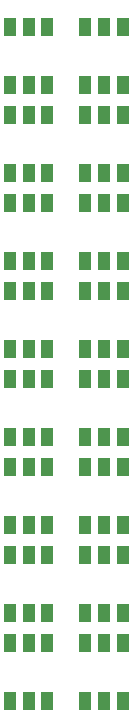
<source format=gbr>
G04 #@! TF.GenerationSoftware,KiCad,Pcbnew,(5.1.6)-1*
G04 #@! TF.CreationDate,2020-08-07T11:21:43-04:00*
G04 #@! TF.ProjectId,daftPunk,64616674-5075-46e6-9b2e-6b696361645f,rev?*
G04 #@! TF.SameCoordinates,Original*
G04 #@! TF.FileFunction,Soldermask,Top*
G04 #@! TF.FilePolarity,Negative*
%FSLAX46Y46*%
G04 Gerber Fmt 4.6, Leading zero omitted, Abs format (unit mm)*
G04 Created by KiCad (PCBNEW (5.1.6)-1) date 2020-08-07 11:21:43*
%MOMM*%
%LPD*%
G01*
G04 APERTURE LIST*
%ADD10R,1.100000X1.600000*%
G04 APERTURE END LIST*
D10*
X146600000Y-87950000D03*
X148200000Y-87950000D03*
X149800000Y-87950000D03*
X146600000Y-83050000D03*
X148200000Y-83050000D03*
X149800000Y-83050000D03*
X149800000Y-75592852D03*
X148200000Y-75592852D03*
X146600000Y-75592852D03*
X149800000Y-80492852D03*
X148200000Y-80492852D03*
X146600000Y-80492852D03*
X149800000Y-68135710D03*
X148200000Y-68135710D03*
X146600000Y-68135710D03*
X149800000Y-73035710D03*
X148200000Y-73035710D03*
X146600000Y-73035710D03*
X146600000Y-65578568D03*
X148200000Y-65578568D03*
X149800000Y-65578568D03*
X146600000Y-60678568D03*
X148200000Y-60678568D03*
X149800000Y-60678568D03*
X149800000Y-53221426D03*
X148200000Y-53221426D03*
X146600000Y-53221426D03*
X149800000Y-58121426D03*
X148200000Y-58121426D03*
X146600000Y-58121426D03*
X146600000Y-50664284D03*
X148200000Y-50664284D03*
X149800000Y-50664284D03*
X146600000Y-45764284D03*
X148200000Y-45764284D03*
X149800000Y-45764284D03*
X149800000Y-38307142D03*
X148200000Y-38307142D03*
X146600000Y-38307142D03*
X149800000Y-43207142D03*
X148200000Y-43207142D03*
X146600000Y-43207142D03*
X146600000Y-35750000D03*
X148200000Y-35750000D03*
X149800000Y-35750000D03*
X146600000Y-30850000D03*
X148200000Y-30850000D03*
X149800000Y-30850000D03*
X153000000Y-35750000D03*
X154600000Y-35750000D03*
X156200000Y-35750000D03*
X153000000Y-30850000D03*
X154600000Y-30850000D03*
X156200000Y-30850000D03*
X156200000Y-38307142D03*
X154600000Y-38307142D03*
X153000000Y-38307142D03*
X156200000Y-43207142D03*
X154600000Y-43207142D03*
X153000000Y-43207142D03*
X153000000Y-50664284D03*
X154600000Y-50664284D03*
X156200000Y-50664284D03*
X153000000Y-45764284D03*
X154600000Y-45764284D03*
X156200000Y-45764284D03*
X156200000Y-53221426D03*
X154600000Y-53221426D03*
X153000000Y-53221426D03*
X156200000Y-58121426D03*
X154600000Y-58121426D03*
X153000000Y-58121426D03*
X153000000Y-65578568D03*
X154600000Y-65578568D03*
X156200000Y-65578568D03*
X153000000Y-60678568D03*
X154600000Y-60678568D03*
X156200000Y-60678568D03*
X156200000Y-68135710D03*
X154600000Y-68135710D03*
X153000000Y-68135710D03*
X156200000Y-73035710D03*
X154600000Y-73035710D03*
X153000000Y-73035710D03*
X153000000Y-80492852D03*
X154600000Y-80492852D03*
X156200000Y-80492852D03*
X153000000Y-75592852D03*
X154600000Y-75592852D03*
X156200000Y-75592852D03*
X156200000Y-83050000D03*
X154600000Y-83050000D03*
X153000000Y-83050000D03*
X156200000Y-87950000D03*
X154600000Y-87950000D03*
X153000000Y-87950000D03*
M02*

</source>
